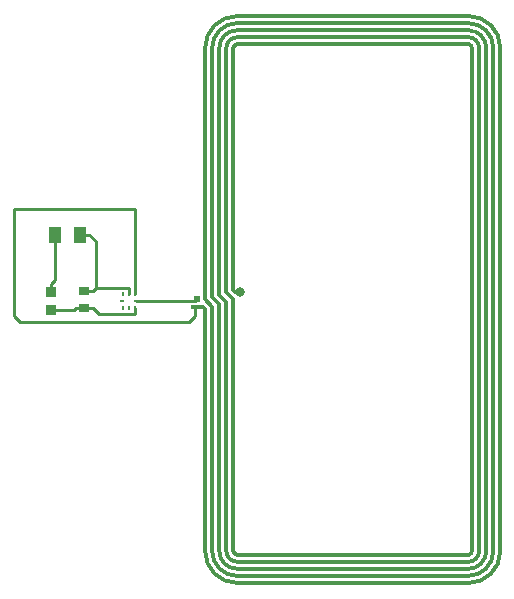
<source format=gtl>
G04 Layer: TopLayer*
G04 EasyEDA v6.5.51, 2025-12-28 19:30:40*
G04 7922ceb0231e4a53998ecf01493f2e8b,b0fcb86846164242a958a805a75853bb,10*
G04 Gerber Generator version 0.2*
G04 Scale: 100 percent, Rotated: No, Reflected: No *
G04 Dimensions in millimeters *
G04 leading zeros omitted , absolute positions ,4 integer and 5 decimal *
%FSLAX45Y45*%
%MOMM*%

%AMMACRO1*21,1,$1,$2,0,0,$3*%
%ADD10C,0.2540*%
%ADD11C,0.3000*%
%ADD12R,0.9000X0.8000*%
%ADD13MACRO1,1X1.3995X0.0000*%
%ADD14R,1.0000X1.3995*%
%ADD15MACRO1,0.864X0.8065X0.0000*%
%ADD16R,0.8640X0.8065*%
%ADD17R,0.0166X0.8065*%
%ADD18R,0.4000X0.2200*%
%ADD19R,0.2200X0.4000*%
%ADD20R,0.2800X0.4000*%
%ADD21R,0.7501X0.3000*%
%ADD22C,0.8080*%
%ADD23C,0.6096*%

%LPD*%
D10*
X5663438Y-2467355D02*
G01*
X5663438Y-1752600D01*
X4635500Y-1752600D01*
X4635500Y-2654300D01*
X4686300Y-2705100D01*
X6121400Y-2705100D01*
X6172200Y-2654300D01*
X6172200Y-2578100D01*
X6553200Y-2451100D02*
G01*
X6512204Y-2451100D01*
X6495694Y-2434589D01*
X6495694Y-384606D01*
X6495795Y-382143D01*
X6496100Y-379679D01*
X6496608Y-377266D01*
X6497294Y-374904D01*
X6498209Y-372618D01*
X6499275Y-370382D01*
X6500545Y-368274D01*
X6501968Y-366268D01*
X6503543Y-364362D01*
X6505295Y-362610D01*
X6507175Y-361010D01*
X6509156Y-359562D01*
X6511264Y-358292D01*
X6513499Y-357200D01*
X6515785Y-356285D01*
X6518147Y-355574D01*
X6520561Y-355041D01*
X6522999Y-354736D01*
X6525463Y-354609D01*
X6525691Y-354609D01*
X5673394Y-2527300D02*
G01*
X6178168Y-2527300D01*
X6190995Y-2514472D01*
X4953000Y-2383688D02*
G01*
X4987670Y-2349017D01*
X4987670Y-1968500D01*
X4953000Y-2451963D02*
G01*
X4953000Y-2383688D01*
X5613400Y-2467305D02*
G01*
X5613400Y-2419324D01*
X5232400Y-2444597D02*
G01*
X5305374Y-2444597D01*
X5197729Y-1968500D02*
G01*
X5275706Y-1968500D01*
X5275706Y-1968500D02*
G01*
X5330774Y-2023567D01*
X5330774Y-2419197D01*
X5613400Y-2419324D02*
G01*
X5613272Y-2419197D01*
X5330774Y-2419197D01*
X5330774Y-2419197D02*
G01*
X5305374Y-2444597D01*
X5663387Y-2635250D02*
G01*
X5659475Y-2639161D01*
X5359933Y-2639161D01*
X5305374Y-2584602D01*
X5663387Y-2587294D02*
G01*
X5663387Y-2635250D01*
X5232400Y-2584602D02*
G01*
X5305374Y-2584602D01*
X4953000Y-2602636D02*
G01*
X5141391Y-2602636D01*
X5159425Y-2584602D01*
X5232400Y-2584602D02*
G01*
X5159425Y-2584602D01*
D11*
X8515705Y-4644593D02*
G01*
X8515705Y-384606D01*
X8575700Y-4644593D02*
G01*
X8575700Y-384606D01*
X8635695Y-4644593D02*
G01*
X8635695Y-384606D01*
X8695690Y-4644593D02*
G01*
X8695690Y-384606D01*
X8755684Y-4644593D02*
G01*
X8755684Y-384606D01*
X6525691Y-4674590D02*
G01*
X8485708Y-4674590D01*
X6525691Y-4734585D02*
G01*
X8485708Y-4734585D01*
X6525691Y-4794605D02*
G01*
X8485708Y-4794605D01*
X6525691Y-4854600D02*
G01*
X8485708Y-4854600D01*
X6525691Y-4914595D02*
G01*
X8485708Y-4914595D01*
X6525691Y-354609D02*
G01*
X8485708Y-354609D01*
X6525691Y-294614D02*
G01*
X8485708Y-294614D01*
X6525691Y-234594D02*
G01*
X8485708Y-234594D01*
X6525691Y-174599D02*
G01*
X8485708Y-174599D01*
X6525691Y-114604D02*
G01*
X8485708Y-114604D01*
X6495694Y-4644593D02*
G01*
X6495694Y-2514600D01*
X6435699Y-2454605D01*
X6435699Y-384606D01*
X6375704Y-4644593D02*
G01*
X6375704Y-2554604D01*
X6315709Y-2494610D01*
X6315709Y-384606D01*
X6435699Y-4644593D02*
G01*
X6435699Y-2534589D01*
X6375704Y-2474595D01*
X6375704Y-384606D01*
X6315709Y-4644593D02*
G01*
X6315709Y-2574594D01*
X6255689Y-2514600D01*
X6255689Y-384606D01*
X6495694Y-384606D02*
G01*
X6495694Y-2434589D01*
X6512204Y-2451100D01*
X6553200Y-2451100D01*
X6159500Y-2578100D02*
G01*
X6172200Y-2578100D01*
X6239205Y-2578100D01*
X6255689Y-2594610D01*
X6255689Y-4644593D01*
D12*
G01*
X5232400Y-2584602D03*
G01*
X5232400Y-2444597D03*
D13*
G01*
X5197729Y-1968500D03*
D14*
G01*
X4987670Y-1968500D03*
D15*
G01*
X4953000Y-2602624D03*
D16*
G01*
X4953000Y-2451963D03*
D18*
G01*
X5673387Y-2527302D03*
D19*
G01*
X5663379Y-2587297D03*
G01*
X5613392Y-2587297D03*
G01*
X5563379Y-2587297D03*
D18*
G01*
X5553397Y-2527302D03*
D19*
G01*
X5563405Y-2467307D03*
G01*
X5613392Y-2467307D03*
D20*
G01*
X5663379Y-2467307D03*
D21*
G01*
X6172200Y-2578100D03*
D11*
G75*
G01*
X6495694Y-384607D02*
G02*
X6525692Y-354609I29998J0D01*
G75*
G01*
X6435700Y-384607D02*
G02*
X6525692Y-294615I89992J0D01*
G75*
G01*
X6375705Y-384607D02*
G02*
X6525692Y-234594I149987J26D01*
G75*
G01*
X6315710Y-384607D02*
G02*
X6525692Y-174600I210007J0D01*
G75*
G01*
X6255690Y-384607D02*
G02*
X6525692Y-114605I270002J0D01*
G75*
G01*
X6495694Y-4644593D02*
G03*
X6525692Y-4674591I29998J0D01*
G75*
G01*
X6435700Y-4644593D02*
G03*
X6525692Y-4734585I89992J0D01*
G75*
G01*
X6375705Y-4644593D02*
G03*
X6525692Y-4794606I149987J-26D01*
G75*
G01*
X6315710Y-4644593D02*
G03*
X6525692Y-4854600I210007J0D01*
G75*
G01*
X6255690Y-4644593D02*
G03*
X6525692Y-4914595I270002J0D01*
G75*
G01*
X8515706Y-4644593D02*
G02*
X8485708Y-4674591I-29998J0D01*
G75*
G01*
X8575700Y-4644593D02*
G02*
X8485708Y-4734585I-89992J0D01*
G75*
G01*
X8635695Y-4644593D02*
G02*
X8485708Y-4794606I-149987J-26D01*
G75*
G01*
X8695690Y-4644593D02*
G02*
X8485708Y-4854600I-210007J0D01*
G75*
G01*
X8755710Y-4644593D02*
G02*
X8485708Y-4914595I-270002J0D01*
G75*
G01*
X8515706Y-384607D02*
G03*
X8485708Y-354609I-29998J0D01*
G75*
G01*
X8575700Y-384607D02*
G03*
X8485708Y-294615I-89992J0D01*
G75*
G01*
X8635695Y-384607D02*
G03*
X8485708Y-234594I-149987J26D01*
G75*
G01*
X8695690Y-384607D02*
G03*
X8485708Y-174600I-210007J0D01*
G75*
G01*
X8755710Y-384607D02*
G03*
X8485708Y-114605I-270002J0D01*
D22*
G01*
X6553200Y-2451100D03*
D23*
G01*
X6190995Y-2514472D03*
M02*

</source>
